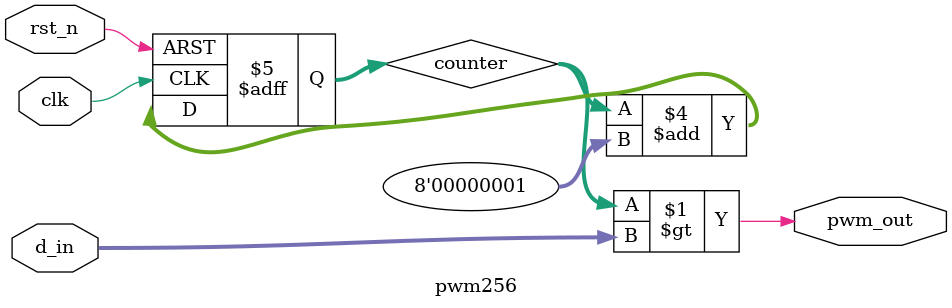
<source format=v>

module pwm256(
    input clk, 
    input rst_n, 
    input [7:0] d_in,
    output pwm_out
);

reg signed [7:0] counter;

assign pwm_out = counter > d_in;

always @(posedge clk or negedge rst_n)
begin
    if (rst_n == 1'b0)
    begin
        counter <= 8'd0;
    end
    else
    begin
        counter <= counter + 8'd1;
    end
end

endmodule

</source>
